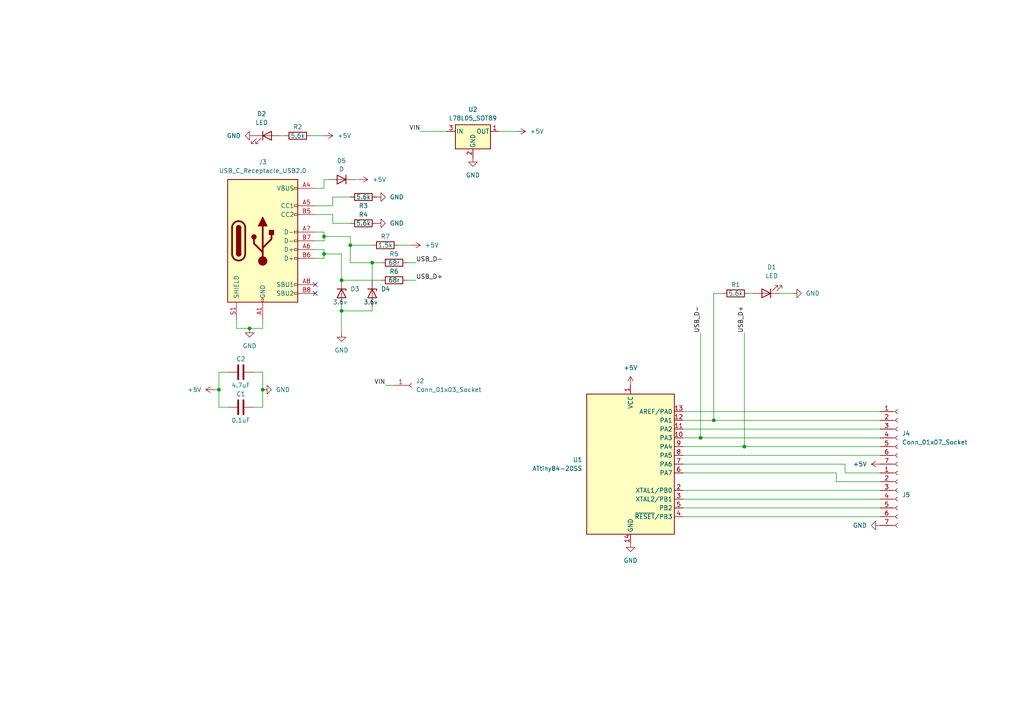
<source format=kicad_sch>
(kicad_sch (version 20230121) (generator eeschema)
  (paper "A4")
  (lib_symbols
    (symbol "Connector:Conn_01x01_Socket" (pin_names (offset 1.016) hide)
      (property "Reference" "J" (at 0 2.54 0))
      (property "Value" "Conn_01x01_Socket" (at 0 -2.54 0))
      (symbol "Conn_01x01_Socket_1_1"
        (polyline (pts (xy -1.27 0) (xy -0.508 0)) (stroke (width 0.1524)))
        (arc (start 0 0.508) (mid -0.5058 0) (end 0 -0.508) (stroke (width 0.1524)))
        (pin passive line (at -5.08 0 0) (length 3.81) (name "Pin_1") (number "1"))
      )
    )
    (symbol "Connector:Conn_01x07_Socket" (pin_names (offset 1.016) hide)
      (property "Reference" "J" (at 0 10.16 0))
      (property "Value" "Conn_01x07_Socket" (at 0 -10.16 0))
      (symbol "Conn_01x07_Socket_1_1"
        (arc (start 0 -7.112) (mid -0.5058 -7.62) (end 0 -8.128) (stroke (width 0.1524)))
        (arc (start 0 -4.572) (mid -0.5058 -5.08) (end 0 -5.588) (stroke (width 0.1524)))
        (arc (start 0 -2.032) (mid -0.5058 -2.54) (end 0 -3.048) (stroke (width 0.1524)))
        (polyline (pts (xy -1.27 -7.62) (xy -0.508 -7.62)) (stroke (width 0.1524)))
        (polyline (pts (xy -1.27 -5.08) (xy -0.508 -5.08)) (stroke (width 0.1524)))
        (polyline (pts (xy -1.27 -2.54) (xy -0.508 -2.54)) (stroke (width 0.1524)))
        (polyline (pts (xy -1.27 0) (xy -0.508 0)) (stroke (width 0.1524)))
        (polyline (pts (xy -1.27 2.54) (xy -0.508 2.54)) (stroke (width 0.1524)))
        (polyline (pts (xy -1.27 5.08) (xy -0.508 5.08)) (stroke (width 0.1524)))
        (polyline (pts (xy -1.27 7.62) (xy -0.508 7.62)) (stroke (width 0.1524)))
        (arc (start 0 0.508) (mid -0.5058 0) (end 0 -0.508) (stroke (width 0.1524)))
        (arc (start 0 3.048) (mid -0.5058 2.54) (end 0 2.032) (stroke (width 0.1524)))
        (arc (start 0 5.588) (mid -0.5058 5.08) (end 0 4.572) (stroke (width 0.1524)))
        (arc (start 0 8.128) (mid -0.5058 7.62) (end 0 7.112) (stroke (width 0.1524)))
        (pin passive line (at -5.08 7.62 0) (length 3.81) (name "Pin_1") (number "1"))
        (pin passive line (at -5.08 5.08 0) (length 3.81) (name "Pin_2") (number "2"))
        (pin passive line (at -5.08 2.54 0) (length 3.81) (name "Pin_3") (number "3"))
        (pin passive line (at -5.08 0 0) (length 3.81) (name "Pin_4") (number "4"))
        (pin passive line (at -5.08 -2.54 0) (length 3.81) (name "Pin_5") (number "5"))
        (pin passive line (at -5.08 -5.08 0) (length 3.81) (name "Pin_6") (number "6"))
        (pin passive line (at -5.08 -7.62 0) (length 3.81) (name "Pin_7") (number "7"))
      )
    )
    (symbol "Connector:USB_C_Receptacle_USB2.0" (pin_names (offset 1.016))
      (property "Reference" "J" (at -10.16 19.05 0))
      (property "Value" "USB_C_Receptacle_USB2.0" (at 19.05 19.05 0))
      (symbol "USB_C_Receptacle_USB2.0_0_0"
        (rectangle (start -0.254 -17.78) (end 0.254 -16.764))
        (rectangle (start 10.16 -14.986) (end 9.144 -15.494))
        (rectangle (start 10.16 -12.446) (end 9.144 -12.954))
        (rectangle (start 10.16 -4.826) (end 9.144 -5.334))
        (rectangle (start 10.16 -2.286) (end 9.144 -2.794))
        (rectangle (start 10.16 0.254) (end 9.144 -0.254))
        (rectangle (start 10.16 2.794) (end 9.144 2.286))
        (rectangle (start 10.16 7.874) (end 9.144 7.366))
        (rectangle (start 10.16 10.414) (end 9.144 9.906))
        (rectangle (start 10.16 15.494) (end 9.144 14.986))
      )
      (symbol "USB_C_Receptacle_USB2.0_0_1"
        (rectangle (start -10.16 17.78) (end 10.16 -17.78) (stroke (width 0.254)) (fill (type background)))
        (arc (start -8.89 -3.81) (mid -6.985 -5.7067) (end -5.08 -3.81) (stroke (width 0.508)))
        (arc (start -7.62 -3.81) (mid -6.985 -4.4423) (end -6.35 -3.81) (stroke (width 0.254)))
        (arc (start -7.62 -3.81) (mid -6.985 -4.4423) (end -6.35 -3.81) (stroke (width 0.254)) (fill (type outline)))
        (rectangle (start -7.62 -3.81) (end -6.35 3.81) (stroke (width 0.254)) (fill (type outline)))
        (arc (start -6.35 3.81) (mid -6.985 4.4423) (end -7.62 3.81) (stroke (width 0.254)))
        (arc (start -6.35 3.81) (mid -6.985 4.4423) (end -7.62 3.81) (stroke (width 0.254)) (fill (type outline)))
        (arc (start -5.08 3.81) (mid -6.985 5.7067) (end -8.89 3.81) (stroke (width 0.508)))
        (circle (center -2.54 1.143) (radius 0.635) (stroke (width 0.254)) (fill (type outline)))
        (circle (center 0 -5.842) (radius 1.27) (fill (type outline)))
        (polyline (pts (xy -8.89 -3.81) (xy -8.89 3.81)) (stroke (width 0.508)))
        (polyline (pts (xy -5.08 3.81) (xy -5.08 -3.81)) (stroke (width 0.508)))
        (polyline (pts (xy 0 -5.842) (xy 0 4.318)) (stroke (width 0.508)))
        (polyline (pts (xy 0 -3.302) (xy -2.54 -0.762) (xy -2.54 0.508)) (stroke (width 0.508)))
        (polyline (pts (xy 0 -2.032) (xy 2.54 0.508) (xy 2.54 1.778)) (stroke (width 0.508)))
        (polyline (pts (xy -1.27 4.318) (xy 0 6.858) (xy 1.27 4.318) (xy -1.27 4.318)) (stroke (width 0.254)) (fill (type outline)))
        (rectangle (start 1.905 1.778) (end 3.175 3.048) (stroke (width 0.254)) (fill (type outline)))
      )
      (symbol "USB_C_Receptacle_USB2.0_1_1"
        (pin passive line (at 0 -22.86 90) (length 5.08) (name "GND") (number "A1"))
        (pin passive line (at 0 -22.86 90) (length 5.08) hide (name "GND") (number "A12"))
        (pin passive line (at 15.24 15.24 180) (length 5.08) (name "VBUS") (number "A4"))
        (pin bidirectional line (at 15.24 10.16 180) (length 5.08) (name "CC1") (number "A5"))
        (pin bidirectional line (at 15.24 -2.54 180) (length 5.08) (name "D+") (number "A6"))
        (pin bidirectional line (at 15.24 2.54 180) (length 5.08) (name "D-") (number "A7"))
        (pin bidirectional line (at 15.24 -12.7 180) (length 5.08) (name "SBU1") (number "A8"))
        (pin passive line (at 15.24 15.24 180) (length 5.08) hide (name "VBUS") (number "A9"))
        (pin passive line (at 0 -22.86 90) (length 5.08) hide (name "GND") (number "B1"))
        (pin passive line (at 0 -22.86 90) (length 5.08) hide (name "GND") (number "B12"))
        (pin passive line (at 15.24 15.24 180) (length 5.08) hide (name "VBUS") (number "B4"))
        (pin bidirectional line (at 15.24 7.62 180) (length 5.08) (name "CC2") (number "B5"))
        (pin bidirectional line (at 15.24 -5.08 180) (length 5.08) (name "D+") (number "B6"))
        (pin bidirectional line (at 15.24 0 180) (length 5.08) (name "D-") (number "B7"))
        (pin bidirectional line (at 15.24 -15.24 180) (length 5.08) (name "SBU2") (number "B8"))
        (pin passive line (at 15.24 15.24 180) (length 5.08) hide (name "VBUS") (number "B9"))
        (pin passive line (at -7.62 -22.86 90) (length 5.08) (name "SHIELD") (number "S1"))
      )
    )
    (symbol "Device:C" (pin_numbers hide) (pin_names (offset 0.254))
      (property "Reference" "C" (at 0.635 2.54 0))
      (property "Value" "C" (at 0.635 -2.54 0))
      (symbol "C_0_1"
        (polyline (pts (xy -2.032 -0.762) (xy 2.032 -0.762)) (stroke (width 0.508)))
        (polyline (pts (xy -2.032 0.762) (xy 2.032 0.762)) (stroke (width 0.508)))
      )
      (symbol "C_1_1"
        (pin passive line (at 0 3.81 270) (length 2.794) (name "~") (number "1"))
        (pin passive line (at 0 -3.81 90) (length 2.794) (name "~") (number "2"))
      )
    )
    (symbol "Device:D" (pin_numbers hide) (pin_names (offset 1.016) hide)
      (property "Reference" "D" (at 0 2.54 0))
      (property "Value" "D" (at 0 -2.54 0))
      (symbol "D_0_1"
        (polyline (pts (xy -1.27 1.27) (xy -1.27 -1.27)) (stroke (width 0.254)))
        (polyline (pts (xy 1.27 0) (xy -1.27 0)))
        (polyline (pts (xy 1.27 1.27) (xy 1.27 -1.27) (xy -1.27 0) (xy 1.27 1.27)) (stroke (width 0.254)))
      )
      (symbol "D_1_1"
        (pin passive line (at -3.81 0 0) (length 2.54) (name "K") (number "1"))
        (pin passive line (at 3.81 0 180) (length 2.54) (name "A") (number "2"))
      )
    )
    (symbol "Device:D_Zener" (pin_numbers hide) (pin_names (offset 1.016) hide)
      (property "Reference" "D" (at 0 2.54 0))
      (property "Value" "D_Zener" (at 0 -2.54 0))
      (symbol "D_Zener_0_1"
        (polyline (pts (xy 1.27 0) (xy -1.27 0)))
        (polyline (pts (xy -1.27 -1.27) (xy -1.27 1.27) (xy -0.762 1.27)) (stroke (width 0.254)))
        (polyline (pts (xy 1.27 -1.27) (xy 1.27 1.27) (xy -1.27 0) (xy 1.27 -1.27)) (stroke (width 0.254)))
      )
      (symbol "D_Zener_1_1"
        (pin passive line (at -3.81 0 0) (length 2.54) (name "K") (number "1"))
        (pin passive line (at 3.81 0 180) (length 2.54) (name "A") (number "2"))
      )
    )
    (symbol "Device:LED" (pin_numbers hide) (pin_names (offset 1.016) hide)
      (property "Reference" "D" (at 0 2.54 0))
      (property "Value" "LED" (at 0 -2.54 0))
      (symbol "LED_0_1"
        (polyline (pts (xy -1.27 -1.27) (xy -1.27 1.27)) (stroke (width 0.254)))
        (polyline (pts (xy -1.27 0) (xy 1.27 0)))
        (polyline (pts (xy 1.27 -1.27) (xy 1.27 1.27) (xy -1.27 0) (xy 1.27 -1.27)) (stroke (width 0.254)))
        (polyline (pts (xy -3.048 -0.762) (xy -4.572 -2.286) (xy -3.81 -2.286) (xy -4.572 -2.286) (xy -4.572 -1.524)))
        (polyline (pts (xy -1.778 -0.762) (xy -3.302 -2.286) (xy -2.54 -2.286) (xy -3.302 -2.286) (xy -3.302 -1.524)))
      )
      (symbol "LED_1_1"
        (pin passive line (at -3.81 0 0) (length 2.54) (name "K") (number "1"))
        (pin passive line (at 3.81 0 180) (length 2.54) (name "A") (number "2"))
      )
    )
    (symbol "Device:R" (pin_numbers hide) (pin_names (offset 0))
      (property "Reference" "R" (at 2.032 0 90))
      (property "Value" "R" (at 0 0 90))
      (symbol "R_0_1"
        (rectangle (start -1.016 -2.54) (end 1.016 2.54) (stroke (width 0.254)))
      )
      (symbol "R_1_1"
        (pin passive line (at 0 3.81 270) (length 1.27) (name "~") (number "1"))
        (pin passive line (at 0 -3.81 90) (length 1.27) (name "~") (number "2"))
      )
    )
    (symbol "MCU_Microchip_ATtiny:ATtiny84-20SS"
      (property "Reference" "U" (at -12.7 21.59 0))
      (property "Value" "ATtiny84-20SS" (at 2.54 -21.59 0))
      (symbol "ATtiny84-20SS_0_1"
        (rectangle (start -12.7 -20.32) (end 12.7 20.32) (stroke (width 0.254)) (fill (type background)))
      )
      (symbol "ATtiny84-20SS_1_1"
        (pin power_in line (at 0 22.86 270) (length 2.54) (name "VCC") (number "1"))
        (pin bidirectional line (at 15.24 7.62 180) (length 2.54) (name "PA3") (number "10"))
        (pin bidirectional line (at 15.24 10.16 180) (length 2.54) (name "PA2") (number "11"))
        (pin bidirectional line (at 15.24 12.7 180) (length 2.54) (name "PA1") (number "12"))
        (pin bidirectional line (at 15.24 15.24 180) (length 2.54) (name "AREF/PA0") (number "13"))
        (pin power_in line (at 0 -22.86 90) (length 2.54) (name "GND") (number "14"))
        (pin bidirectional line (at 15.24 -7.62 180) (length 2.54) (name "XTAL1/PB0") (number "2"))
        (pin bidirectional line (at 15.24 -10.16 180) (length 2.54) (name "XTAL2/PB1") (number "3"))
        (pin bidirectional line (at 15.24 -15.24 180) (length 2.54) (name "~{RESET}/PB3") (number "4"))
        (pin bidirectional line (at 15.24 -12.7 180) (length 2.54) (name "PB2") (number "5"))
        (pin bidirectional line (at 15.24 -2.54 180) (length 2.54) (name "PA7") (number "6"))
        (pin bidirectional line (at 15.24 0 180) (length 2.54) (name "PA6") (number "7"))
        (pin bidirectional line (at 15.24 2.54 180) (length 2.54) (name "PA5") (number "8"))
        (pin bidirectional line (at 15.24 5.08 180) (length 2.54) (name "PA4") (number "9"))
      )
    )
    (symbol "Regulator_Linear:L78L05_SOT89" (pin_names (offset 0.254))
      (property "Reference" "U" (at -3.81 3.175 0))
      (property "Value" "L78L05_SOT89" (at -0.635 3.175 0))
      (symbol "L78L05_SOT89_0_1"
        (rectangle (start -5.08 1.905) (end 5.08 -5.08) (stroke (width 0.254)) (fill (type background)))
      )
      (symbol "L78L05_SOT89_1_1"
        (pin power_out line (at 7.62 0 180) (length 2.54) (name "OUT") (number "1"))
        (pin power_in line (at 0 -7.62 90) (length 2.54) (name "GND") (number "2"))
        (pin power_in line (at -7.62 0 0) (length 2.54) (name "IN") (number "3"))
      )
    )
    (symbol "power:+5V" (power) (pin_names (offset 0))
      (property "Value" "+5V" (at 0 3.556 0))
      (symbol "+5V_0_1"
        (polyline (pts (xy -0.762 1.27) (xy 0 2.54)))
        (polyline (pts (xy 0 0) (xy 0 2.54)))
        (polyline (pts (xy 0 2.54) (xy 0.762 1.27)))
      )
      (symbol "+5V_1_1"
        (pin power_in line (at 0 0 90) (length 0) hide (name "+5V") (number "1"))
      )
    )
    (symbol "power:GND" (power) (pin_names (offset 0))
      (property "Value" "GND" (at 0 -3.81 0))
      (symbol "GND_0_1"
        (polyline (pts (xy 0 0) (xy 0 -1.27) (xy 1.27 -1.27) (xy 0 -2.54) (xy -1.27 -1.27) (xy 0 -1.27)))
      )
      (symbol "GND_1_1"
        (pin power_in line (at 0 0 270) (length 0) hide (name "GND") (number "1"))
      )
    )
  )
  (junction (at 107.95 76.2))
  (junction (at 203.2 127))
  (junction (at 93.98 68.58))
  (junction (at 101.6 71.12))
  (junction (at 99.06 81.28))
  (junction (at 215.9 129.54))
  (junction (at 63.5 113.03))
  (junction (at 93.98 73.66))
  (junction (at 72.39 95.25))
  (junction (at 99.06 90.17))
  (junction (at 76.2 113.03))
  (junction (at 207.01 121.92))
  (no_connect (at 91.44 85.09))
  (no_connect (at 91.44 82.55))
  (wire (pts (xy 107.95 90.17) (xy 99.06 90.17)))
  (wire (pts (xy 203.2 96.52) (xy 203.2 127)))
  (wire (pts (xy 242.57 139.7) (xy 255.27 139.7)))
  (wire (pts (xy 107.95 76.2) (xy 107.95 81.28)))
  (wire (pts (xy 99.06 90.17) (xy 99.06 96.52)))
  (wire (pts (xy 73.66 118.11) (xy 76.2 118.11)))
  (wire (pts (xy 91.44 54.61) (xy 93.98 54.61)))
  (wire (pts (xy 102.87 52.07) (xy 104.14 52.07)))
  (wire (pts (xy 198.12 142.24) (xy 255.27 142.24)))
  (wire (pts (xy 76.2 118.11) (xy 76.2 113.03)))
  (wire (pts (xy 96.52 64.77) (xy 101.6 64.77)))
  (wire (pts (xy 76.2 107.95) (xy 73.66 107.95)))
  (wire (pts (xy 82.55 39.37) (xy 81.28 39.37)))
  (wire (pts (xy 226.06 85.09) (xy 229.87 85.09)))
  (wire (pts (xy 107.95 88.9) (xy 107.95 90.17)))
  (wire (pts (xy 91.44 74.93) (xy 93.98 74.93)))
  (wire (pts (xy 72.39 95.25) (xy 76.2 95.25)))
  (wire (pts (xy 93.98 73.66) (xy 93.98 72.39)))
  (wire (pts (xy 245.11 137.16) (xy 245.11 134.62)))
  (wire (pts (xy 93.98 69.85) (xy 93.98 68.58)))
  (wire (pts (xy 62.23 113.03) (xy 63.5 113.03)))
  (wire (pts (xy 255.27 137.16) (xy 245.11 137.16)))
  (wire (pts (xy 101.6 76.2) (xy 107.95 76.2)))
  (wire (pts (xy 198.12 119.38) (xy 255.27 119.38)))
  (wire (pts (xy 198.12 137.16) (xy 242.57 137.16)))
  (wire (pts (xy 93.98 67.31) (xy 91.44 67.31)))
  (wire (pts (xy 99.06 73.66) (xy 99.06 81.28)))
  (wire (pts (xy 198.12 129.54) (xy 215.9 129.54)))
  (wire (pts (xy 93.98 68.58) (xy 93.98 67.31)))
  (wire (pts (xy 111.76 111.76) (xy 114.3 111.76)))
  (wire (pts (xy 198.12 132.08) (xy 255.27 132.08)))
  (wire (pts (xy 68.58 95.25) (xy 72.39 95.25)))
  (wire (pts (xy 101.6 71.12) (xy 101.6 76.2)))
  (wire (pts (xy 198.12 149.86) (xy 255.27 149.86)))
  (wire (pts (xy 99.06 88.9) (xy 99.06 90.17)))
  (wire (pts (xy 66.04 107.95) (xy 63.5 107.95)))
  (wire (pts (xy 91.44 62.23) (xy 96.52 62.23)))
  (wire (pts (xy 99.06 81.28) (xy 110.49 81.28)))
  (wire (pts (xy 198.12 124.46) (xy 255.27 124.46)))
  (wire (pts (xy 96.52 57.15) (xy 101.6 57.15)))
  (wire (pts (xy 101.6 68.58) (xy 101.6 71.12)))
  (wire (pts (xy 76.2 95.25) (xy 76.2 92.71)))
  (wire (pts (xy 203.2 127) (xy 255.27 127)))
  (wire (pts (xy 93.98 39.37) (xy 90.17 39.37)))
  (wire (pts (xy 207.01 121.92) (xy 255.27 121.92)))
  (wire (pts (xy 121.92 38.1) (xy 129.54 38.1)))
  (wire (pts (xy 91.44 59.69) (xy 96.52 59.69)))
  (wire (pts (xy 118.11 81.28) (xy 120.65 81.28)))
  (wire (pts (xy 242.57 137.16) (xy 242.57 139.7)))
  (wire (pts (xy 93.98 74.93) (xy 93.98 73.66)))
  (wire (pts (xy 93.98 72.39) (xy 91.44 72.39)))
  (wire (pts (xy 198.12 144.78) (xy 255.27 144.78)))
  (wire (pts (xy 107.95 76.2) (xy 110.49 76.2)))
  (wire (pts (xy 198.12 127) (xy 203.2 127)))
  (wire (pts (xy 63.5 118.11) (xy 66.04 118.11)))
  (wire (pts (xy 93.98 52.07) (xy 93.98 54.61)))
  (wire (pts (xy 63.5 113.03) (xy 63.5 118.11)))
  (wire (pts (xy 198.12 147.32) (xy 255.27 147.32)))
  (wire (pts (xy 63.5 107.95) (xy 63.5 113.03)))
  (wire (pts (xy 198.12 134.62) (xy 245.11 134.62)))
  (wire (pts (xy 68.58 92.71) (xy 68.58 95.25)))
  (wire (pts (xy 207.01 85.09) (xy 209.55 85.09)))
  (wire (pts (xy 96.52 59.69) (xy 96.52 57.15)))
  (wire (pts (xy 76.2 113.03) (xy 76.2 107.95)))
  (wire (pts (xy 144.78 38.1) (xy 149.86 38.1)))
  (wire (pts (xy 101.6 71.12) (xy 107.95 71.12)))
  (wire (pts (xy 215.9 129.54) (xy 255.27 129.54)))
  (wire (pts (xy 93.98 52.07) (xy 95.25 52.07)))
  (wire (pts (xy 91.44 69.85) (xy 93.98 69.85)))
  (wire (pts (xy 198.12 121.92) (xy 207.01 121.92)))
  (wire (pts (xy 207.01 121.92) (xy 207.01 85.09)))
  (wire (pts (xy 99.06 73.66) (xy 93.98 73.66)))
  (wire (pts (xy 115.57 71.12) (xy 119.38 71.12)))
  (wire (pts (xy 96.52 62.23) (xy 96.52 64.77)))
  (wire (pts (xy 101.6 68.58) (xy 93.98 68.58)))
  (wire (pts (xy 217.17 85.09) (xy 218.44 85.09)))
  (wire (pts (xy 118.11 76.2) (xy 120.65 76.2)))
  (wire (pts (xy 215.9 96.52) (xy 215.9 129.54)))
  (label "USB_D+" (at 215.9 96.52 90))
  (label "USB_D-" (at 120.65 76.2 0))
  (label "USB_D-" (at 203.2 96.52 90))
  (label "USB_D+" (at 120.65 81.28 0))
  (label "VIN" (at 111.76 111.76 180))
  (label "VIN" (at 121.92 38.1 180))
  (symbol (lib_id "power:GND") (at 72.39 95.25 0) (unit 1)
    (property "Reference" "#PWR013" (effects hide))
    (property "Value" "GND" (at 72.39 100.33 0))
  )
  (symbol (lib_id "power:+5V") (at 62.23 113.03 90) (unit 1)
    (property "Reference" "#PWR09" (effects hide))
    (property "Value" "+5V" (at 58.42 113.03 90) (effects (justify left)))
  )
  (symbol (lib_id "MCU_Microchip_ATtiny:ATtiny84-20SS") (at 182.88 134.62 0) (unit 1)
    (property "Reference" "U1" (at 168.91 133.35 0) (effects (justify right)))
    (property "Value" "ATtiny84-20SS" (at 168.91 135.89 0) (effects (justify right)))
    (property "Footprint" "Package_SO:SOIC-14_3.9x8.7mm_P1.27mm" (effects hide))
    (property "Datasheet" "http://ww1.microchip.com/downloads/en/DeviceDoc/doc8006.pdf" (effects hide))
  )
  (symbol (lib_id "power:+5V") (at 93.98 39.37 270) (unit 1)
    (property "Reference" "#PWR019" (effects hide))
    (property "Value" "+5V" (at 97.79 39.37 90) (effects (justify left)))
  )
  (symbol (lib_id "Device:R") (at 111.76 71.12 90) (unit 1)
    (property "Reference" "R7" (at 111.76 68.58 90))
    (property "Value" "1.5k" (at 111.76 71.12 90))
    (property "Footprint" "Resistor_SMD:R_0603_1608Metric" (effects hide))
  )
  (symbol (lib_id "Device:D") (at 99.06 52.07 180) (unit 1)
    (property "Reference" "D5" (at 99.06 46.6557 0))
    (property "Value" "D" (at 99.06 49.0799 0))
    (property "Footprint" "Diode_SMD:D_0805_2012Metric" (effects hide))
    (property "Sim.Device" "D" (effects hide))
    (property "Sim.Pins" "1=K 2=A" (effects hide))
  )
  (symbol (lib_id "power:GND") (at 76.2 113.03 90) (unit 1)
    (property "Reference" "#PWR08" (effects hide))
    (property "Value" "GND" (at 80.01 113.03 90) (effects (justify right)))
  )
  (symbol (lib_id "power:+5V") (at 182.88 111.76 0) (unit 1)
    (property "Reference" "#PWR017" (effects hide))
    (property "Value" "+5V" (at 182.88 106.68 0))
  )
  (symbol (lib_id "Device:D_Zener") (at 107.95 85.09 270) (unit 1)
    (property "Reference" "D4" (at 110.49 83.82 90) (effects (justify left)))
    (property "Value" "3.6v" (at 105.41 87.63 90) (effects (justify left)))
    (property "Footprint" "Diode_SMD:D_0805_2012Metric" (effects hide))
  )
  (symbol (lib_id "Device:D_Zener") (at 99.06 85.09 270) (unit 1)
    (property "Reference" "D3" (at 101.6 83.82 90) (effects (justify left)))
    (property "Value" "3.6v" (at 96.52 87.63 90) (effects (justify left)))
    (property "Footprint" "Diode_SMD:D_0805_2012Metric" (effects hide))
  )
  (symbol (lib_id "power:GND") (at 73.66 39.37 270) (unit 1)
    (property "Reference" "#PWR011" (effects hide))
    (property "Value" "GND" (at 69.85 39.37 90) (effects (justify right)))
  )
  (symbol (lib_id "Device:R") (at 114.3 81.28 90) (unit 1)
    (property "Reference" "R6" (at 114.3 78.74 90))
    (property "Value" "68r" (at 114.3 81.28 90))
    (property "Footprint" "Resistor_SMD:R_0603_1608Metric" (effects hide))
  )
  (symbol (lib_id "power:GND") (at 229.87 85.09 90) (unit 1)
    (property "Reference" "#PWR03" (effects hide))
    (property "Value" "GND" (at 233.68 85.09 90) (effects (justify right)))
  )
  (symbol (lib_id "Device:C") (at 69.85 107.95 90) (unit 1)
    (property "Reference" "C2" (at 69.85 104.14 90))
    (property "Value" "4.7uF" (at 69.85 111.76 90))
    (property "Footprint" "Capacitor_SMD:C_0402_1005Metric" (effects hide))
  )
  (symbol (lib_id "power:GND") (at 182.88 157.48 0) (unit 1)
    (property "Reference" "#PWR018" (effects hide))
    (property "Value" "GND" (at 182.88 162.56 0))
  )
  (symbol (lib_id "Connector:USB_C_Receptacle_USB2.0") (at 76.2 69.85 0) (unit 1)
    (property "Reference" "J3" (at 76.2 46.99 0))
    (property "Value" "USB_C_Receptacle_USB2.0" (at 76.2 49.53 0))
    (property "Footprint" "Connector_USB:USB_C_Receptacle_HRO_TYPE-C-31-M-12" (effects hide))
    (property "Datasheet" "https://www.usb.org/sites/default/files/documents/usb_type-c.zip" (effects hide))
  )
  (symbol (lib_id "power:GND") (at 109.22 57.15 90) (unit 1)
    (property "Reference" "#PWR014" (effects hide))
    (property "Value" "GND" (at 113.03 57.15 90) (effects (justify right)))
  )
  (symbol (lib_id "power:+5V") (at 255.27 134.62 90) (unit 1)
    (property "Reference" "#PWR04" (effects hide))
    (property "Value" "+5V" (at 251.46 134.62 90) (effects (justify left)))
  )
  (symbol (lib_id "Regulator_Linear:L78L05_SOT89") (at 137.16 38.1 0) (unit 1)
    (property "Reference" "U2" (at 137.16 31.75 0))
    (property "Value" "L78L05_SOT89" (at 137.16 34.29 0))
    (property "Footprint" "Package_TO_SOT_SMD:SOT-89-3" (effects hide))
    (property "Datasheet" "http://www.st.com/content/ccc/resource/technical/document/datasheet/15/55/e5/aa/23/5b/43/fd/CD00000446.pdf/files/CD00000446.pdf/jcr:content/translations/en.CD00000446.pdf" (effects hide))
  )
  (symbol (lib_id "Device:C") (at 69.85 118.11 270) (unit 1)
    (property "Reference" "C1" (at 69.85 114.3 90))
    (property "Value" "0.1uF" (at 69.85 121.92 90))
    (property "Footprint" "Capacitor_SMD:C_0402_1005Metric" (effects hide))
  )
  (symbol (lib_id "power:GND") (at 255.27 152.4 270) (unit 1)
    (property "Reference" "#PWR05" (effects hide))
    (property "Value" "GND" (at 251.46 152.4 90) (effects (justify right)))
  )
  (symbol (lib_id "power:GND") (at 99.06 96.52 0) (unit 1)
    (property "Reference" "#PWR010" (effects hide))
    (property "Value" "GND" (at 99.06 101.6 0))
  )
  (symbol (lib_id "Connector:Conn_01x07_Socket") (at 260.35 127 0) (unit 1)
    (property "Reference" "J4" (at 261.62 125.73 0) (effects (justify left)))
    (property "Value" "Conn_01x07_Socket" (at 261.62 128.27 0) (effects (justify left)))
    (property "Footprint" "Connector_PinHeader_2.54mm:PinHeader_1x07_P2.54mm_Vertical" (effects hide))
  )
  (symbol (lib_id "Device:R") (at 213.36 85.09 90) (unit 1)
    (property "Reference" "R1" (at 213.36 82.55 90))
    (property "Value" "5.6k" (at 213.36 85.09 90))
    (property "Footprint" "Resistor_SMD:R_0603_1608Metric" (effects hide))
  )
  (symbol (lib_id "Connector:Conn_01x07_Socket") (at 260.35 144.78 0) (unit 1)
    (property "Reference" "J5" (at 261.62 143.51 0) (effects (justify left)))
    (property "Value" "Conn_01x07_Socket" (effects hide))
    (property "Footprint" "Connector_PinHeader_2.54mm:PinHeader_1x07_P2.54mm_Vertical" (effects hide))
  )
  (symbol (lib_id "power:GND") (at 137.16 45.72 0) (unit 1)
    (property "Reference" "#PWR016" (effects hide))
    (property "Value" "GND" (at 137.16 50.8 0))
  )
  (symbol (lib_id "Connector:Conn_01x01_Socket") (at 119.38 111.76 0) (unit 1)
    (property "Reference" "J2" (at 120.65 110.49 0) (effects (justify left)))
    (property "Value" "Conn_01x03_Socket" (at 120.65 113.03 0) (effects (justify left)))
    (property "Footprint" "Connector_PinSocket_2.54mm:PinSocket_1x01_P2.54mm_Vertical" (effects hide))
  )
  (symbol (lib_id "power:+5V") (at 149.86 38.1 270) (unit 1)
    (property "Reference" "#PWR02" (effects hide))
    (property "Value" "+5V" (at 153.67 38.1 90) (effects (justify left)))
  )
  (symbol (lib_id "Device:R") (at 105.41 57.15 90) (unit 1)
    (property "Reference" "R3" (at 105.41 59.69 90))
    (property "Value" "5.6k" (at 105.41 57.15 90))
    (property "Footprint" "Resistor_SMD:R_0402_1005Metric" (effects hide))
  )
  (symbol (lib_id "power:GND") (at 109.22 64.77 90) (unit 1)
    (property "Reference" "#PWR015" (effects hide))
    (property "Value" "GND" (at 113.03 64.77 90) (effects (justify right)))
  )
  (symbol (lib_id "Device:R") (at 105.41 64.77 90) (unit 1)
    (property "Reference" "R4" (at 105.41 62.23 90))
    (property "Value" "5.6k" (at 105.41 64.77 90))
    (property "Footprint" "Resistor_SMD:R_0402_1005Metric" (effects hide))
  )
  (symbol (lib_id "Device:R") (at 86.36 39.37 90) (unit 1)
    (property "Reference" "R2" (at 86.36 36.83 90))
    (property "Value" "5.6k" (at 86.36 39.37 90))
    (property "Footprint" "Resistor_SMD:R_0402_1005Metric" (effects hide))
  )
  (symbol (lib_id "Device:LED") (at 77.47 39.37 0) (unit 1)
    (property "Reference" "D2" (at 75.8825 33.02 0))
    (property "Value" "LED" (at 75.8825 35.56 0))
    (property "Footprint" "Diode_SMD:D_0805_2012Metric" (effects hide))
  )
  (symbol (lib_id "Device:LED") (at 222.25 85.09 180) (unit 1)
    (property "Reference" "D1" (at 223.8375 77.47 0))
    (property "Value" "LED" (at 223.8375 80.01 0))
    (property "Footprint" "Diode_SMD:D_0805_2012Metric" (effects hide))
  )
  (symbol (lib_id "Device:R") (at 114.3 76.2 90) (unit 1)
    (property "Reference" "R5" (at 114.3 73.66 90))
    (property "Value" "68r" (at 114.3 76.2 90))
    (property "Footprint" "Resistor_SMD:R_0603_1608Metric" (effects hide))
  )
  (symbol (lib_id "power:+5V") (at 104.14 52.07 270) (unit 1)
    (property "Reference" "#PWR01" (effects hide))
    (property "Value" "+5V" (at 107.95 52.07 90) (effects (justify left)))
  )
  (symbol (lib_id "power:+5V") (at 119.38 71.12 270) (unit 1)
    (property "Reference" "#PWR012" (effects hide))
    (property "Value" "+5V" (at 123.19 71.12 90) (effects (justify left)))
  )
)
</source>
